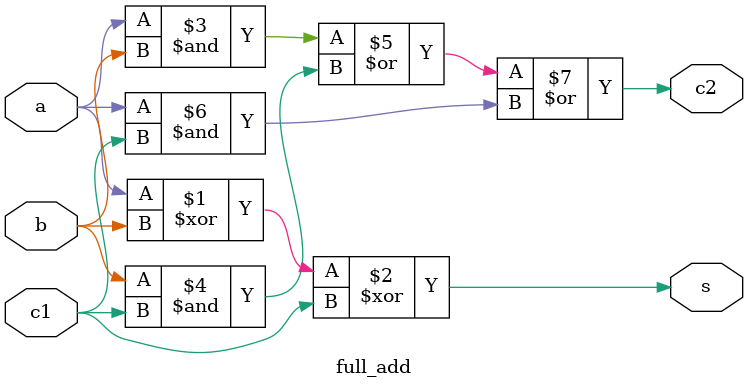
<source format=sv>
module full_add(a,b,c1,s,c2);
  input a,b,c1;
  output s,c2;
  
  assign s=a^b^c1;
  assign c2=a&b|b&c1|a&c1;
endmodule

</source>
